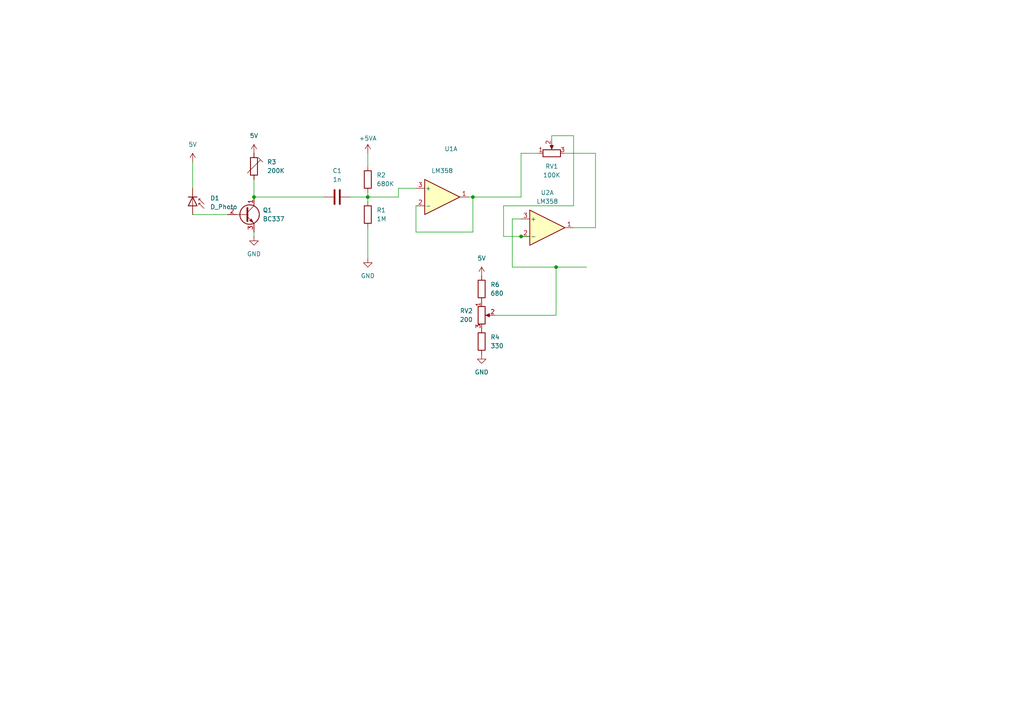
<source format=kicad_sch>
(kicad_sch (version 20250114) (generator "eeschema") (generator_version "9.0")
  (paper "A4")
  (lib_symbols
    (symbol "Amplifier_Operational:LM358" (pin_names (offset 0.127))
      (property "Reference" "U" (at 0 5.08 0))
      (property "Value" "LM358" (at 0 -5.08 0))
      (symbol "LM358_1_1"
        (polyline (pts (xy -5.08 5.08) (xy 5.08 0) (xy -5.08 -5.08) (xy -5.08 5.08)) (stroke (width 0.254)) (fill (type background)))
        (pin input line (at -7.62 2.54 0) (length 2.54) (name "+") (number "3"))
        (pin input line (at -7.62 -2.54 0) (length 2.54) (name "-") (number "2"))
        (pin output line (at 7.62 0 180) (length 2.54) (name "~") (number "1"))
      )
      (symbol "LM358_2_1"
        (polyline (pts (xy -5.08 5.08) (xy 5.08 0) (xy -5.08 -5.08) (xy -5.08 5.08)) (stroke (width 0.254)) (fill (type background)))
        (pin input line (at -7.62 2.54 0) (length 2.54) (name "+") (number "5"))
        (pin input line (at -7.62 -2.54 0) (length 2.54) (name "-") (number "6"))
        (pin output line (at 7.62 0 180) (length 2.54) (name "~") (number "7"))
      )
      (symbol "LM358_3_1"
        (pin power_in line (at -2.54 7.62 270) (length 3.81) (name "V+") (number "8"))
        (pin power_in line (at -2.54 -7.62 90) (length 3.81) (name "V-") (number "4"))
      )
    )
    (symbol "Device:C" (pin_numbers (hide yes)) (pin_names (offset 0.254))
      (property "Reference" "C" (at 0.635 2.54 0))
      (property "Value" "C" (at 0.635 -2.54 0))
      (symbol "C_0_1"
        (polyline (pts (xy -2.032 0.762) (xy 2.032 0.762)) (stroke (width 0.508)))
        (polyline (pts (xy -2.032 -0.762) (xy 2.032 -0.762)) (stroke (width 0.508)))
      )
      (symbol "C_1_1"
        (pin passive line (at 0 3.81 270) (length 2.794) (name "~") (number "1"))
        (pin passive line (at 0 -3.81 90) (length 2.794) (name "~") (number "2"))
      )
    )
    (symbol "Device:D_Photo" (pin_numbers (hide yes)) (pin_names (hide yes))
      (property "Reference" "D" (at 0.508 1.778 0))
      (property "Value" "D_Photo" (at -1.016 -2.794 0))
      (symbol "D_Photo_0_1"
        (polyline (pts (xy -2.54 1.27) (xy -2.54 -1.27)) (stroke (width 0.254)))
        (polyline (pts (xy -2.032 1.778) (xy -1.524 1.778)))
        (polyline (pts (xy -0.508 3.302) (xy -2.032 1.778) (xy -2.032 2.286)))
        (polyline (pts (xy 0 0) (xy -2.54 0)))
        (polyline (pts (xy 0 -1.27) (xy 0 1.27) (xy -2.54 0) (xy 0 -1.27)) (stroke (width 0.254)))
        (polyline (pts (xy 0.762 3.302) (xy -0.762 1.778) (xy -0.762 2.286) (xy -0.762 1.778) (xy -0.254 1.778)))
      )
      (symbol "D_Photo_1_1"
        (pin passive line (at -5.08 0 0) (length 2.54) (name "K") (number "1"))
        (pin passive line (at 2.54 0 180) (length 2.54) (name "A") (number "2"))
      )
    )
    (symbol "Device:R" (pin_numbers (hide yes)) (pin_names (offset 0))
      (property "Reference" "R" (at 2.032 0 90))
      (property "Value" "R" (at 0 0 90))
      (symbol "R_0_1"
        (rectangle (start -1.016 -2.54) (end 1.016 2.54) (stroke (width 0.254)))
      )
      (symbol "R_1_1"
        (pin passive line (at 0 3.81 270) (length 1.27) (name "~") (number "1"))
        (pin passive line (at 0 -3.81 90) (length 1.27) (name "~") (number "2"))
      )
    )
    (symbol "Device:R_Potentiometer" (pin_names (offset 1.016) (hide yes))
      (property "Reference" "RV" (at -4.445 0 90))
      (property "Value" "R_Potentiometer" (at -2.54 0 90))
      (symbol "R_Potentiometer_0_1"
        (rectangle (start 1.016 2.54) (end -1.016 -2.54) (stroke (width 0.254)))
        (polyline (pts (xy 1.143 0) (xy 2.286 0.508) (xy 2.286 -0.508) (xy 1.143 0)) (fill (type outline)))
        (polyline (pts (xy 2.54 0) (xy 1.524 0)))
      )
      (symbol "R_Potentiometer_1_1"
        (pin passive line (at 0 3.81 270) (length 1.27) (name "1") (number "1"))
        (pin passive line (at 0 -3.81 90) (length 1.27) (name "3") (number "3"))
        (pin passive line (at 3.81 0 180) (length 1.27) (name "2") (number "2"))
      )
    )
    (symbol "Device:R_Trim" (pin_numbers (hide yes)) (pin_names (offset 0))
      (property "Reference" "R" (at 2.54 -2.54 90))
      (property "Value" "R_Trim" (at -2.54 -0.635 90))
      (symbol "R_Trim_0_1"
        (polyline (pts (xy -1.905 -1.905) (xy 1.905 1.905) (xy 2.54 1.27) (xy 1.27 2.54)))
        (rectangle (start -1.016 -2.54) (end 1.016 2.54) (stroke (width 0.254)))
      )
      (symbol "R_Trim_1_1"
        (pin passive line (at 0 3.81 270) (length 1.27) (name "~") (number "1"))
        (pin passive line (at 0 -3.81 90) (length 1.27) (name "~") (number "2"))
      )
    )
    (symbol "Transistor_BJT:BC337" (pin_names (offset 0) (hide yes))
      (property "Reference" "Q" (at 5.08 1.905 0))
      (property "Value" "BC337" (at 5.08 0 0))
      (symbol "BC337_0_1"
        (polyline (pts (xy -2.54 0) (xy 0.635 0)))
        (polyline (pts (xy 0.635 1.905) (xy 0.635 -1.905)) (stroke (width 0.508)))
        (circle (center 1.27 0) (radius 2.8194) (stroke (width 0.254)))
      )
      (symbol "BC337_1_1"
        (polyline (pts (xy 0.635 0.635) (xy 2.54 2.54)))
        (polyline (pts (xy 0.635 -0.635) (xy 2.54 -2.54)))
        (polyline (pts (xy 1.27 -1.778) (xy 1.778 -1.27) (xy 2.286 -2.286) (xy 1.27 -1.778)) (fill (type outline)))
        (pin input line (at -5.08 0 0) (length 2.54) (name "B") (number "2"))
        (pin passive line (at 2.54 5.08 270) (length 2.54) (name "C") (number "1"))
        (pin passive line (at 2.54 -5.08 90) (length 2.54) (name "E") (number "3"))
      )
    )
    (symbol "power:GND" (power) (pin_numbers (hide yes)) (pin_names (offset 0) (hide yes))
      (property "Value" "GND" (at 0 -3.81 0))
      (symbol "GND_0_1"
        (polyline (pts (xy 0 0) (xy 0 -1.27) (xy 1.27 -1.27) (xy 0 -2.54) (xy -1.27 -1.27) (xy 0 -1.27)))
      )
      (symbol "GND_1_1"
        (pin power_in line (at 0 0 270) (length 0) (name "~") (number "1"))
      )
    )
    (symbol "power:VDC" (power) (pin_numbers (hide yes)) (pin_names (offset 0) (hide yes))
      (property "Value" "VDC" (at 0 3.556 0))
      (symbol "VDC_0_1"
        (polyline (pts (xy -0.762 1.27) (xy 0 2.54)))
        (polyline (pts (xy 0 2.54) (xy 0.762 1.27)))
        (polyline (pts (xy 0 0) (xy 0 2.54)))
      )
      (symbol "VDC_1_1"
        (pin power_in line (at 0 0 90) (length 0) (name "~") (number "1"))
      )
    )
  )
  (junction (at 106.68 57.15))
  (junction (at 73.66 57.15))
  (junction (at 151.13 68.58))
  (junction (at 161.29 77.47))
  (junction (at 137.16 57.15))
  (wire (pts (xy 151.13 57.15) (xy 151.13 44.45)))
  (wire (pts (xy 166.37 39.37) (xy 166.37 59.69)))
  (wire (pts (xy 135.89 57.15) (xy 137.16 57.15)))
  (wire (pts (xy 120.65 59.69) (xy 120.65 67.31)))
  (wire (pts (xy 166.37 66.04) (xy 172.72 66.04)))
  (wire (pts (xy 161.29 91.44) (xy 161.29 77.47)))
  (wire (pts (xy 151.13 68.58) (xy 153.67 68.58)))
  (wire (pts (xy 148.59 77.47) (xy 161.29 77.47)))
  (wire (pts (xy 137.16 67.31) (xy 137.16 57.15)))
  (wire (pts (xy 115.57 57.15) (xy 115.57 54.61)))
  (wire (pts (xy 151.13 44.45) (xy 156.21 44.45)))
  (wire (pts (xy 106.68 57.15) (xy 115.57 57.15)))
  (wire (pts (xy 101.6 57.15) (xy 106.68 57.15)))
  (wire (pts (xy 73.66 52.07) (xy 73.66 57.15)))
  (wire (pts (xy 163.83 44.45) (xy 172.72 44.45)))
  (wire (pts (xy 166.37 59.69) (xy 146.05 59.69)))
  (wire (pts (xy 106.68 66.04) (xy 106.68 74.93)))
  (wire (pts (xy 146.05 59.69) (xy 146.05 68.58)))
  (wire (pts (xy 73.66 67.31) (xy 73.66 68.58)))
  (wire (pts (xy 55.88 46.99) (xy 55.88 54.61)))
  (wire (pts (xy 106.68 57.15) (xy 106.68 58.42)))
  (wire (pts (xy 160.02 40.64) (xy 160.02 39.37)))
  (wire (pts (xy 106.68 55.88) (xy 106.68 57.15)))
  (wire (pts (xy 148.59 63.5) (xy 151.13 63.5)))
  (wire (pts (xy 120.65 67.31) (xy 137.16 67.31)))
  (wire (pts (xy 146.05 68.58) (xy 151.13 68.58)))
  (wire (pts (xy 106.68 44.45) (xy 106.68 48.26)))
  (wire (pts (xy 73.66 57.15) (xy 93.98 57.15)))
  (wire (pts (xy 161.29 77.47) (xy 170.18 77.47)))
  (wire (pts (xy 160.02 39.37) (xy 166.37 39.37)))
  (wire (pts (xy 148.59 77.47) (xy 148.59 63.5)))
  (wire (pts (xy 143.51 91.44) (xy 161.29 91.44)))
  (wire (pts (xy 172.72 44.45) (xy 172.72 66.04)))
  (wire (pts (xy 115.57 54.61) (xy 120.65 54.61)))
  (wire (pts (xy 137.16 57.15) (xy 151.13 57.15)))
  (wire (pts (xy 55.88 62.23) (xy 66.04 62.23)))
  (symbol (lib_id "Device:R") (at 139.7 99.06 0) (unit 1)
    (property "Reference" "R4" (at 142.24 97.7899 0) (effects (justify left)))
    (property "Value" "330" (at 142.24 100.3299 0) (effects (justify left)))
    (property "Footprint" "Resistor_THT:R_Axial_DIN0204_L3.6mm_D1.6mm_P7.62mm_Horizontal" (effects (hide yes)))
    (property "Description" "Resistor" (effects (hide yes)))
  )
  (symbol (lib_id "power:GND") (at 73.66 68.58 0) (unit 1)
    (property "Reference" "#PWR04" (effects (hide yes)))
    (property "Value" "GND" (at 73.66 73.66 0))
    (property "Description" "Power symbol creates a global label with name \"GND\" , ground" (effects (hide yes)))
  )
  (symbol (lib_id "Device:D_Photo") (at 55.88 59.69 270) (unit 1)
    (property "Reference" "D1" (at 60.96 57.4674 90) (effects (justify left)))
    (property "Value" "D_Photo" (at 60.96 60.0074 90) (effects (justify left)))
    (property "Footprint" "Diode_THT:D_A-405_P5.08mm_Vertical_KathodeUp" (effects (hide yes)))
    (property "Description" "Photodiode" (effects (hide yes)))
  )
  (symbol (lib_id "Device:R") (at 106.68 62.23 180) (unit 1)
    (property "Reference" "R1" (at 109.22 60.9599 0) (effects (justify right)))
    (property "Value" "1M" (at 109.22 63.4999 0) (effects (justify right)))
    (property "Footprint" "Resistor_THT:R_Axial_DIN0204_L3.6mm_D1.6mm_P7.62mm_Horizontal" (effects (hide yes)))
    (property "Description" "Resistor" (effects (hide yes)))
  )
  (symbol (lib_id "power:VDC") (at 55.88 46.99 0) (unit 1)
    (property "Reference" "#PWR07" (effects (hide yes)))
    (property "Value" "5V" (at 55.88 41.91 0))
    (property "Description" "Power symbol creates a global label with name \"VDC\"" (effects (hide yes)))
  )
  (symbol (lib_id "Device:R") (at 106.68 52.07 0) (unit 1)
    (property "Reference" "R2" (at 109.22 50.7999 0) (effects (justify left)))
    (property "Value" "680K" (at 109.22 53.3399 0) (effects (justify left)))
    (property "Footprint" "Resistor_THT:R_Axial_DIN0204_L3.6mm_D1.6mm_P7.62mm_Horizontal" (effects (hide yes)))
    (property "Description" "Resistor" (effects (hide yes)))
  )
  (symbol (lib_id "power:VDC") (at 73.66 44.45 0) (unit 1)
    (property "Reference" "#PWR03" (effects (hide yes)))
    (property "Value" "5V" (at 73.66 39.37 0))
    (property "Description" "Power symbol creates a global label with name \"VDC\"" (effects (hide yes)))
  )
  (symbol (lib_id "power:GND") (at 139.7 102.87 0) (unit 1)
    (property "Reference" "#PWR05" (effects (hide yes)))
    (property "Value" "GND" (at 139.7 107.95 0))
    (property "Description" "Power symbol creates a global label with name \"GND\" , ground" (effects (hide yes)))
  )
  (symbol (lib_id "Device:R_Potentiometer") (at 160.02 44.45 90) (unit 1)
    (property "Reference" "RV1" (at 160.02 48.26 90))
    (property "Value" "100K" (at 160.02 50.8 90))
    (property "Footprint" "Potentiometer_THT:Potentiometer_ACP_CA9-V10_Vertical_Hole" (effects (hide yes)))
    (property "Description" "Potentiometer" (effects (hide yes)))
  )
  (symbol (lib_id "power:VDC") (at 139.7 80.01 0) (unit 1)
    (property "Reference" "#PWR06" (effects (hide yes)))
    (property "Value" "5V" (at 139.7 74.93 0))
    (property "Description" "Power symbol creates a global label with name \"VDC\"" (effects (hide yes)))
  )
  (symbol (lib_id "power:VDC") (at 106.68 44.45 0) (unit 1)
    (property "Reference" "#PWR02" (effects (hide yes)))
    (property "Value" "+5VA" (at 106.68 40.132 0))
    (property "Description" "Power symbol creates a global label with name \"VDC\"" (effects (hide yes)))
  )
  (symbol (lib_id "Amplifier_Operational:LM358") (at 128.27 57.15 0) (unit 1)
    (property "Reference" "U1" (at 130.81 43.18 0))
    (property "Value" "LM358" (at 128.27 49.53 0))
    (property "Footprint" "OptoDevice:Broadcom_APDS-9160-003" (effects (hide yes)))
    (property "Datasheet" "http://www.ti.com/lit/ds/symlink/lm2904-n.pdf" (effects (hide yes)))
    (property "Description" "Low-Power, Dual Operational Amplifiers, DIP-8/SOIC-8/TO-99-8" (effects (hide yes)))
  )
  (symbol (lib_id "Device:R") (at 139.7 83.82 0) (unit 1)
    (property "Reference" "R6" (at 142.24 82.5499 0) (effects (justify left)))
    (property "Value" "680" (at 142.24 85.0899 0) (effects (justify left)))
    (property "Footprint" "Resistor_THT:R_Axial_DIN0204_L3.6mm_D1.6mm_P7.62mm_Horizontal" (effects (hide yes)))
    (property "Description" "Resistor" (effects (hide yes)))
  )
  (symbol (lib_id "Device:R_Trim") (at 73.66 48.26 0) (unit 1)
    (property "Reference" "R3" (at 77.47 46.9899 0) (effects (justify left)))
    (property "Value" "200K" (at 77.47 49.5299 0) (effects (justify left)))
    (property "Footprint" "Resistor_THT:R_Axial_DIN0204_L3.6mm_D1.6mm_P7.62mm_Horizontal" (effects (hide yes)))
    (property "Description" "Trimmable resistor (preset resistor)" (effects (hide yes)))
  )
  (symbol (lib_id "Transistor_BJT:BC337") (at 71.12 62.23 0) (unit 1)
    (property "Reference" "Q1" (at 76.2 60.9599 0) (effects (justify left)))
    (property "Value" "BC337" (at 76.2 63.4999 0) (effects (justify left)))
    (property "Footprint" "Transformer_THT:Autotransformer_Toroid_1Tap_Horizontal_D10.5mm_Amidon-T37" (effects (hide yes)))
    (property "Datasheet" "https://diotec.com/tl_files/diotec/files/pdf/datasheets/bc337.pdf" (effects (hide yes)))
    (property "Description" "0.8A Ic, 45V Vce, NPN Transistor, TO-92" (effects (hide yes)))
  )
  (symbol (lib_id "Amplifier_Operational:LM358") (at 158.75 66.04 0) (unit 1)
    (property "Reference" "U2" (at 158.75 55.88 0))
    (property "Value" "LM358" (at 158.75 58.42 0))
    (property "Footprint" "OptoDevice:Broadcom_APDS-9160-003" (effects (hide yes)))
    (property "Datasheet" "http://www.ti.com/lit/ds/symlink/lm2904-n.pdf" (effects (hide yes)))
    (property "Description" "Low-Power, Dual Operational Amplifiers, DIP-8/SOIC-8/TO-99-8" (effects (hide yes)))
  )
  (symbol (lib_id "power:GND") (at 106.68 74.93 0) (unit 1)
    (property "Reference" "#PWR01" (effects (hide yes)))
    (property "Value" "GND" (at 106.68 80.01 0))
    (property "Description" "Power symbol creates a global label with name \"GND\" , ground" (effects (hide yes)))
  )
  (symbol (lib_id "Device:R_Potentiometer") (at 139.7 91.44 0) (unit 1)
    (property "Reference" "RV2" (at 137.16 90.1699 0) (effects (justify right)))
    (property "Value" "200" (at 137.16 92.7099 0) (effects (justify right)))
    (property "Footprint" "Potentiometer_THT:Potentiometer_ACP_CA9-V10_Vertical_Hole" (effects (hide yes)))
    (property "Description" "Potentiometer" (effects (hide yes)))
  )
  (symbol (lib_id "Device:C") (at 97.79 57.15 90) (unit 1)
    (property "Reference" "C1" (at 97.79 49.53 90))
    (property "Value" "1n" (at 97.79 52.07 90))
    (property "Footprint" "Capacitor_THT:CP_Axial_L30.0mm_D18.0mm_P35.00mm_Horizontal" (effects (hide yes)))
    (property "Description" "Unpolarized capacitor" (effects (hide yes)))
  )
)
</source>
